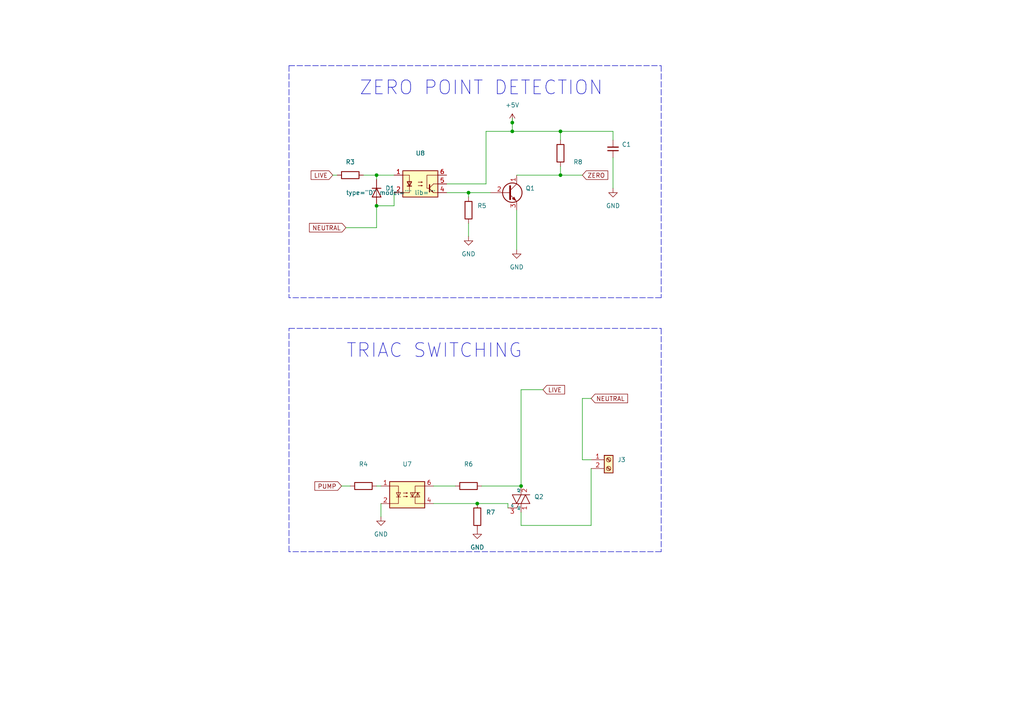
<source format=kicad_sch>
(kicad_sch (version 20211123) (generator eeschema)
  (paper "A4")
  (lib_symbols
    (symbol "Connector:Screw_Terminal_01x02" (pin_names (offset 1.016) hide)
      (property "Reference" "J" (at 0 2.54 0))
      (property "Value" "Screw_Terminal_01x02" (at 0 -5.08 0))
      (symbol "Screw_Terminal_01x02_1_1"
        (rectangle (start -1.27 1.27) (end 1.27 -3.81) (stroke (width 0.254)) (fill (type background)))
        (circle (center 0 -2.54) (radius 0.635) (stroke (width 0.1524)))
        (polyline (pts (xy -0.5334 -2.2098) (xy 0.3302 -3.048)) (stroke (width 0.1524)))
        (polyline (pts (xy -0.5334 0.3302) (xy 0.3302 -0.508)) (stroke (width 0.1524)))
        (polyline (pts (xy -0.3556 -2.032) (xy 0.508 -2.8702)) (stroke (width 0.1524)))
        (polyline (pts (xy -0.3556 0.508) (xy 0.508 -0.3302)) (stroke (width 0.1524)))
        (circle (center 0 0) (radius 0.635) (stroke (width 0.1524)))
        (pin passive line (at -5.08 0 0) (length 3.81) (name "Pin_1") (number "1"))
        (pin passive line (at -5.08 -2.54 0) (length 3.81) (name "Pin_2") (number "2"))
      )
    )
    (symbol "Device:C_Small" (pin_numbers hide) (pin_names (offset 0.254) hide)
      (property "Reference" "C" (at 0.254 1.778 0))
      (property "Value" "C_Small" (at 0.254 -2.032 0))
      (symbol "C_Small_0_1"
        (polyline (pts (xy -1.524 -0.508) (xy 1.524 -0.508)) (stroke (width 0.3302)))
        (polyline (pts (xy -1.524 0.508) (xy 1.524 0.508)) (stroke (width 0.3048)))
      )
      (symbol "C_Small_1_1"
        (pin passive line (at 0 2.54 270) (length 2.032) (name "~") (number "1"))
        (pin passive line (at 0 -2.54 90) (length 2.032) (name "~") (number "2"))
      )
    )
    (symbol "Device:R" (pin_numbers hide) (pin_names (offset 0))
      (property "Reference" "R" (at 2.032 0 90))
      (property "Value" "R" (at 0 0 90))
      (symbol "R_0_1"
        (rectangle (start -1.016 -2.54) (end 1.016 2.54) (stroke (width 0.254)))
      )
      (symbol "R_1_1"
        (pin passive line (at 0 3.81 270) (length 1.27) (name "~") (number "1"))
        (pin passive line (at 0 -3.81 90) (length 1.27) (name "~") (number "2"))
      )
    )
    (symbol "Isolator:4N35" (pin_names (offset 1.016))
      (property "Reference" "U" (at -5.08 5.08 0))
      (property "Value" "4N35" (at 0 5.08 0))
      (symbol "4N35_0_1"
        (rectangle (start -5.08 3.81) (end 5.08 -3.81) (stroke (width 0.254)) (fill (type background)))
        (polyline (pts (xy -3.81 -0.635) (xy -2.54 -0.635)) (stroke (width 0.254)))
        (polyline (pts (xy 2.667 -1.397) (xy 3.81 -2.54)))
        (polyline (pts (xy 2.667 -1.143) (xy 3.81 0)))
        (polyline (pts (xy 3.81 -2.54) (xy 5.08 -2.54)))
        (polyline (pts (xy 3.81 0) (xy 5.08 0)))
        (polyline (pts (xy 2.667 -0.254) (xy 2.667 -2.286) (xy 2.667 -2.286)) (stroke (width 0.3556)))
        (polyline (pts (xy -5.08 -2.54) (xy -3.175 -2.54) (xy -3.175 2.54) (xy -5.08 2.54)))
        (polyline (pts (xy -3.175 -0.635) (xy -3.81 0.635) (xy -2.54 0.635) (xy -3.175 -0.635)) (stroke (width 0.254)))
        (polyline (pts (xy 3.683 -2.413) (xy 3.429 -1.905) (xy 3.175 -2.159) (xy 3.683 -2.413)))
        (polyline (pts (xy 5.08 2.54) (xy 1.905 2.54) (xy 1.905 -1.27) (xy 2.54 -1.27)))
        (polyline (pts (xy -0.635 -0.508) (xy 0.635 -0.508) (xy 0.254 -0.635) (xy 0.254 -0.381) (xy 0.635 -0.508)))
        (polyline (pts (xy -0.635 0.508) (xy 0.635 0.508) (xy 0.254 0.381) (xy 0.254 0.635) (xy 0.635 0.508)))
      )
      (symbol "4N35_1_1"
        (pin passive line (at -7.62 2.54 0) (length 2.54) (name "~") (number "1"))
        (pin passive line (at -7.62 -2.54 0) (length 2.54) (name "~") (number "2"))
        (pin no_connect line (at -5.08 0 0) (length 2.54) hide (name "NC") (number "3"))
        (pin passive line (at 7.62 -2.54 180) (length 2.54) (name "~") (number "4"))
        (pin passive line (at 7.62 0 180) (length 2.54) (name "~") (number "5"))
        (pin passive line (at 7.62 2.54 180) (length 2.54) (name "~") (number "6"))
      )
    )
    (symbol "Relay_SolidState:MOC3021M"
      (property "Reference" "U" (at -5.334 4.826 0))
      (property "Value" "MOC3021M" (at 0 5.08 0))
      (symbol "MOC3021M_0_1"
        (rectangle (start -5.08 3.81) (end 5.08 -3.81) (stroke (width 0.254)) (fill (type background)))
        (polyline (pts (xy -3.175 -0.635) (xy -1.905 -0.635)))
        (polyline (pts (xy 1.524 -0.635) (xy 1.524 0.635)))
        (polyline (pts (xy 3.048 0.635) (xy 3.048 -0.635)))
        (polyline (pts (xy 2.286 -0.635) (xy 2.286 -2.54) (xy 5.08 -2.54)))
        (polyline (pts (xy 2.286 0.635) (xy 2.286 2.54) (xy 5.08 2.54)))
        (polyline (pts (xy -5.08 2.54) (xy -2.54 2.54) (xy -2.54 -2.54) (xy -5.08 -2.54)))
        (polyline (pts (xy -2.54 -0.635) (xy -3.175 0.635) (xy -1.905 0.635) (xy -2.54 -0.635)))
        (polyline (pts (xy 0.889 -0.635) (xy 3.683 -0.635) (xy 3.048 0.635) (xy 2.413 -0.635)))
        (polyline (pts (xy 3.683 0.635) (xy 0.889 0.635) (xy 1.524 -0.635) (xy 2.159 0.635)))
        (polyline (pts (xy -1.143 -0.508) (xy 0.127 -0.508) (xy -0.254 -0.635) (xy -0.254 -0.381) (xy 0.127 -0.508)))
        (polyline (pts (xy -1.143 0.508) (xy 0.127 0.508) (xy -0.254 0.381) (xy -0.254 0.635) (xy 0.127 0.508)))
      )
      (symbol "MOC3021M_1_1"
        (pin passive line (at -7.62 2.54 0) (length 2.54) (name "~") (number "1"))
        (pin passive line (at -7.62 -2.54 0) (length 2.54) (name "~") (number "2"))
        (pin no_connect line (at -5.08 0 0) (length 2.54) hide (name "NC") (number "3"))
        (pin passive line (at 7.62 -2.54 180) (length 2.54) (name "~") (number "4"))
        (pin no_connect line (at 5.08 0 180) (length 2.54) hide (name "NC") (number "5"))
        (pin passive line (at 7.62 2.54 180) (length 2.54) (name "~") (number "6"))
      )
    )
    (symbol "Simulation_SPICE:DIODE" (pin_numbers hide) (pin_names (offset 1.016) hide)
      (property "Reference" "D" (at 0 2.54 0))
      (property "Value" "DIODE" (at 0 -2.54 0))
      (symbol "DIODE_0_1"
        (polyline (pts (xy 1.27 0) (xy -1.27 0)))
        (polyline (pts (xy 1.27 1.27) (xy 1.27 -1.27)) (stroke (width 0.254)))
        (polyline (pts (xy -1.27 -1.27) (xy -1.27 1.27) (xy 1.27 0) (xy -1.27 -1.27)) (stroke (width 0.254)))
      )
      (symbol "DIODE_1_1"
        (pin passive line (at -3.81 0 0) (length 2.54) (name "A") (number "1"))
        (pin passive line (at 3.81 0 180) (length 2.54) (name "K") (number "2"))
      )
    )
    (symbol "Transistor_BJT:BC547" (pin_names (offset 0) hide)
      (property "Reference" "Q" (at 5.08 1.905 0))
      (property "Value" "BC547" (at 5.08 0 0))
      (symbol "BC547_0_1"
        (polyline (pts (xy 0 0) (xy 0.635 0)))
        (polyline (pts (xy 0.635 0.635) (xy 2.54 2.54)))
        (polyline (pts (xy 0.635 -0.635) (xy 2.54 -2.54) (xy 2.54 -2.54)))
        (polyline (pts (xy 0.635 1.905) (xy 0.635 -1.905) (xy 0.635 -1.905)) (stroke (width 0.508)))
        (polyline (pts (xy 1.27 -1.778) (xy 1.778 -1.27) (xy 2.286 -2.286) (xy 1.27 -1.778) (xy 1.27 -1.778)) (fill (type outline)))
        (circle (center 1.27 0) (radius 2.8194) (stroke (width 0.254)))
      )
      (symbol "BC547_1_1"
        (pin passive line (at 2.54 5.08 270) (length 2.54) (name "C") (number "1"))
        (pin input line (at -5.08 0 0) (length 5.08) (name "B") (number "2"))
        (pin passive line (at 2.54 -5.08 90) (length 2.54) (name "E") (number "3"))
      )
    )
    (symbol "Triac_Thyristor:BT136-500" (pin_names (offset 0))
      (property "Reference" "Q" (at 5.08 1.905 0))
      (property "Value" "BT136-500" (at 5.08 0 0))
      (symbol "BT136-500_0_1"
        (polyline (pts (xy -2.54 -1.27) (xy 2.54 -1.27)) (stroke (width 0.2032)))
        (polyline (pts (xy -2.54 1.27) (xy 2.54 1.27)) (stroke (width 0.2032)))
        (polyline (pts (xy -1.27 -2.54) (xy -0.635 -1.27)))
        (polyline (pts (xy -2.54 1.27) (xy -1.27 -1.27) (xy 0 1.27)) (stroke (width 0.2032)))
        (polyline (pts (xy 0 -1.27) (xy 1.27 1.27) (xy 2.54 -1.27)) (stroke (width 0.2032)))
      )
      (symbol "BT136-500_1_1"
        (pin passive line (at 0 -3.81 90) (length 2.54) (name "A1") (number "1"))
        (pin passive line (at 0 3.81 270) (length 2.54) (name "A2") (number "2"))
        (pin input line (at -3.81 -2.54 0) (length 2.54) (name "G") (number "3"))
      )
    )
    (symbol "power:+5V" (power) (pin_names (offset 0))
      (property "Value" "+5V" (at 0 3.556 0))
      (symbol "+5V_0_1"
        (polyline (pts (xy -0.762 1.27) (xy 0 2.54)))
        (polyline (pts (xy 0 0) (xy 0 2.54)))
        (polyline (pts (xy 0 2.54) (xy 0.762 1.27)))
      )
      (symbol "+5V_1_1"
        (pin power_in line (at 0 0 90) (length 0) hide (name "+5V") (number "1"))
      )
    )
    (symbol "power:GND" (power) (pin_names (offset 0))
      (property "Value" "GND" (at 0 -3.81 0))
      (symbol "GND_0_1"
        (polyline (pts (xy 0 0) (xy 0 -1.27) (xy 1.27 -1.27) (xy 0 -2.54) (xy -1.27 -1.27) (xy 0 -1.27)))
      )
      (symbol "GND_1_1"
        (pin power_in line (at 0 0 270) (length 0) hide (name "GND") (number "1"))
      )
    )
  )
  (junction (at 162.56 38.1))
  (junction (at 109.22 59.69))
  (junction (at 148.59 38.1))
  (junction (at 109.22 50.8))
  (junction (at 162.56 50.8))
  (junction (at 148.59 35.56))
  (junction (at 135.89 55.88))
  (junction (at 138.43 146.05))
  (junction (at 151.13 140.97))
  (wire (pts (xy 96.52 50.8) (xy 97.79 50.8)))
  (wire (pts (xy 138.43 146.05) (xy 147.32 146.05)))
  (wire (pts (xy 129.54 55.88) (xy 135.89 55.88)))
  (wire (pts (xy 149.86 60.96) (xy 149.86 72.39)))
  (wire (pts (xy 148.59 34.29) (xy 148.59 35.56)))
  (wire (pts (xy 99.06 140.97) (xy 101.6 140.97)))
  (wire (pts (xy 140.97 38.1) (xy 140.97 53.34)))
  (wire (pts (xy 109.22 59.69) (xy 114.3 59.69)))
  (wire (pts (xy 171.45 135.89) (xy 171.45 152.4)))
  (wire (pts (xy 140.97 38.1) (xy 148.59 38.1)))
  (wire (pts (xy 139.7 140.97) (xy 151.13 140.97)))
  (wire (pts (xy 151.13 152.4) (xy 171.45 152.4)))
  (wire (pts (xy 177.8 40.64) (xy 177.8 38.1)))
  (wire (pts (xy 135.89 57.15) (xy 135.89 55.88)))
  (wire (pts (xy 129.54 53.34) (xy 140.97 53.34)))
  (polyline (pts (xy 191.77 95.25) (xy 191.77 160.02)))
  (wire (pts (xy 162.56 40.64) (xy 162.56 38.1)))
  (wire (pts (xy 109.22 50.8) (xy 109.22 52.07)))
  (wire (pts (xy 162.56 48.26) (xy 162.56 50.8)))
  (wire (pts (xy 109.22 50.8) (xy 114.3 50.8)))
  (wire (pts (xy 151.13 113.03) (xy 151.13 140.97)))
  (polyline (pts (xy 83.82 19.05) (xy 191.77 19.05)))
  (wire (pts (xy 168.91 115.57) (xy 168.91 133.35)))
  (wire (pts (xy 109.22 140.97) (xy 110.49 140.97)))
  (wire (pts (xy 114.3 59.69) (xy 114.3 55.88)))
  (wire (pts (xy 149.86 50.8) (xy 162.56 50.8)))
  (wire (pts (xy 151.13 113.03) (xy 157.48 113.03)))
  (wire (pts (xy 151.13 148.59) (xy 151.13 152.4)))
  (wire (pts (xy 100.33 66.04) (xy 109.22 66.04)))
  (wire (pts (xy 109.22 66.04) (xy 109.22 59.69)))
  (wire (pts (xy 125.73 140.97) (xy 132.08 140.97)))
  (wire (pts (xy 177.8 54.61) (xy 177.8 45.72)))
  (wire (pts (xy 135.89 55.88) (xy 142.24 55.88)))
  (polyline (pts (xy 191.77 160.02) (xy 83.82 160.02)))
  (wire (pts (xy 110.49 146.05) (xy 110.49 149.86)))
  (wire (pts (xy 148.59 35.56) (xy 148.59 38.1)))
  (polyline (pts (xy 191.77 86.36) (xy 83.82 86.36)))
  (wire (pts (xy 168.91 133.35) (xy 171.45 133.35)))
  (wire (pts (xy 171.45 115.57) (xy 168.91 115.57)))
  (polyline (pts (xy 83.82 19.05) (xy 83.82 86.36)))
  (polyline (pts (xy 83.82 160.02) (xy 83.82 95.25)))
  (wire (pts (xy 135.89 68.58) (xy 135.89 64.77)))
  (wire (pts (xy 162.56 38.1) (xy 148.59 38.1)))
  (polyline (pts (xy 83.82 95.25) (xy 191.77 95.25)))
  (wire (pts (xy 109.22 50.8) (xy 105.41 50.8)))
  (wire (pts (xy 162.56 50.8) (xy 168.91 50.8)))
  (polyline (pts (xy 191.77 19.05) (xy 191.77 86.36)))
  (wire (pts (xy 147.32 146.05) (xy 147.32 147.32)))
  (wire (pts (xy 177.8 38.1) (xy 162.56 38.1)))
  (wire (pts (xy 125.73 146.05) (xy 138.43 146.05)))
  (text "ZERO POINT DETECTION\n" (at 104.14 27.94 0) (effects (font (size 4 4)) (justify left bottom)))
  (text "TRIAC SWITCHING\n" (at 100.33 104.14 0) (effects (font (size 4 4)) (justify left bottom)))
  (global_label "LIVE" (shape input) (at 96.52 50.8 180) (property "Intersheet References" "${INTERSHEET_REFS}" (effects hide)))
  (global_label "PUMP" (shape input) (at 99.06 140.97 180) (property "Intersheet References" "${INTERSHEET_REFS}" (effects hide)))
  (global_label "ZERO" (shape input) (at 168.91 50.8 0) (property "Intersheet References" "${INTERSHEET_REFS}" (effects hide)))
  (global_label "NEUTRAL" (shape input) (at 100.33 66.04 180) (property "Intersheet References" "${INTERSHEET_REFS}" (effects hide)))
  (global_label "NEUTRAL" (shape input) (at 171.45 115.57 0) (property "Intersheet References" "${INTERSHEET_REFS}" (effects hide)))
  (global_label "LIVE" (shape input) (at 157.48 113.03 0) (property "Intersheet References" "${INTERSHEET_REFS}" (effects hide)))
  (symbol (lib_id "Device:R") (at 105.41 140.97 270) (unit 1)
    (property "Reference" "R4" (at 105.41 134.62 90))
  )
  (symbol (lib_id "power:GND") (at 138.43 153.67 0) (unit 1)
    (property "Reference" "#PWR0123" (effects hide))
  )
  (symbol (lib_id "Device:R") (at 101.6 50.8 270) (unit 1)
    (property "Reference" "R3" (at 101.6 46.99 90))
  )
  (symbol (lib_id "power:GND") (at 149.86 72.39 0) (unit 1)
    (property "Reference" "#PWR0119" (effects hide))
    (property "Value" "GND" (at 149.86 77.47 0))
  )
  (symbol (lib_id "Device:R") (at 135.89 140.97 270) (unit 1)
    (property "Reference" "R6" (at 135.89 134.62 90))
  )
  (symbol (lib_id "Transistor_BJT:BC547") (at 147.32 55.88 0) (unit 1)
    (property "Reference" "Q1" (at 152.4 54.6099 0) (effects (justify left)))
    (property "Datasheet" "https://www.onsemi.com/pub/Collateral/BC550-D.pdf" (effects hide))
  )
  (symbol (lib_id "power:GND") (at 135.89 68.58 0) (unit 1)
    (property "Reference" "#PWR0118" (effects hide))
    (property "Value" "GND" (at 135.89 73.66 0))
  )
  (symbol (lib_id "Triac_Thyristor:BT136-500") (at 151.13 144.78 0) (unit 1)
    (property "Reference" "Q2" (at 154.94 144.0941 0) (effects (justify left)))
    (property "Datasheet" "http://www.micropik.com/PDF/BT136-600.pdf" (effects hide))
  )
  (symbol (lib_id "power:+5V") (at 148.59 35.56 0) (unit 1)
    (property "Reference" "#PWR0121" (effects hide))
    (property "Value" "+5V" (at 148.59 30.48 0))
  )
  (symbol (lib_id "Device:C_Small") (at 177.8 43.18 180) (unit 1)
    (property "Reference" "C1" (at 180.34 41.9035 0) (effects (justify right)))
  )
  (symbol (lib_id "Connector:Screw_Terminal_01x02") (at 176.53 133.35 0) (unit 1)
    (property "Reference" "J3" (at 179.07 133.3499 0) (effects (justify left)))
  )
  (symbol (lib_id "Relay_SolidState:MOC3021M") (at 118.11 143.51 0) (unit 1)
    (property "Reference" "U7" (at 118.11 134.62 0))
    (property "Datasheet" "https://www.onsemi.com/pub/Collateral/MOC3023M-D.PDF" (effects hide))
  )
  (symbol (lib_id "Simulation_SPICE:DIODE") (at 109.22 55.88 90) (unit 1)
    (property "Reference" "D1" (at 111.76 54.6099 90) (effects (justify right)))
    (property "Spice_Netlist_Enabled" "Y" (effects hide))
    (property "Spice_Primitive" "D" (effects hide))
  )
  (symbol (lib_id "power:GND") (at 177.8 54.61 0) (unit 1)
    (property "Reference" "#PWR0120" (effects hide))
  )
  (symbol (lib_id "power:GND") (at 110.49 149.86 0) (unit 1)
    (property "Reference" "#PWR0122" (effects hide))
    (property "Value" "GND" (at 110.49 154.94 0))
  )
  (symbol (lib_id "Device:R") (at 138.43 149.86 0) (unit 1)
    (property "Reference" "R7" (at 140.97 148.5899 0) (effects (justify left)))
  )
  (symbol (lib_id "Isolator:4N35") (at 121.92 53.34 0) (unit 1)
    (property "Reference" "U8" (at 121.92 44.45 0))
    (property "Datasheet" "https://www.vishay.com/docs/81181/4n35.pdf" (effects hide))
  )
  (symbol (lib_id "Device:R") (at 162.56 44.45 180) (unit 1)
    (property "Reference" "R8" (at 167.64 46.99 0))
  )
  (symbol (lib_id "Device:R") (at 135.89 60.96 0) (unit 1)
    (property "Reference" "R5" (at 138.43 59.6899 0) (effects (justify left)))
  )
)
</source>
